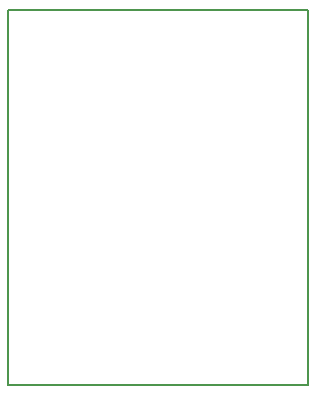
<source format=gbr>
G04 start of page 4 for group 2 idx 2 *
G04 Title: (unknown), outline *
G04 Creator: pcb 4.0.2 *
G04 CreationDate: Sat May 14 18:28:01 2022 UTC *
G04 For: railfan *
G04 Format: Gerber/RS-274X *
G04 PCB-Dimensions (mil): 1000.00 1250.00 *
G04 PCB-Coordinate-Origin: lower left *
%MOIN*%
%FSLAX25Y25*%
%LNOUTLINE*%
%ADD31C,0.0060*%
G54D31*X0Y125000D02*Y0D01*
Y125000D02*X100000D01*
X0Y0D02*X100000D01*
Y125000D02*Y0D01*
M02*

</source>
